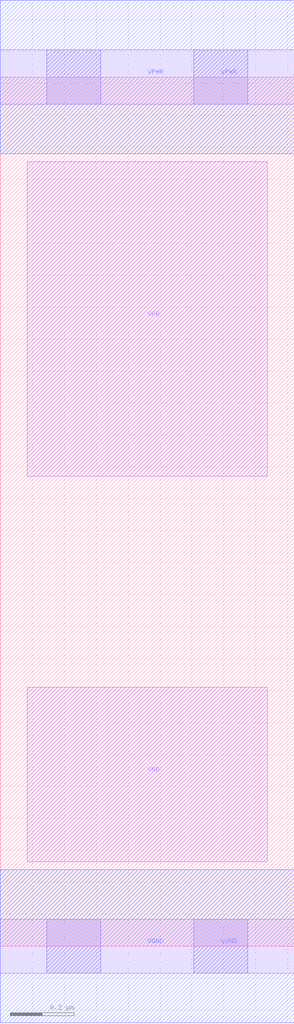
<source format=lef>
# Copyright 2020 The SkyWater PDK Authors
#
# Licensed under the Apache License, Version 2.0 (the "License");
# you may not use this file except in compliance with the License.
# You may obtain a copy of the License at
#
#     https://www.apache.org/licenses/LICENSE-2.0
#
# Unless required by applicable law or agreed to in writing, software
# distributed under the License is distributed on an "AS IS" BASIS,
# WITHOUT WARRANTIES OR CONDITIONS OF ANY KIND, either express or implied.
# See the License for the specific language governing permissions and
# limitations under the License.
#
# SPDX-License-Identifier: Apache-2.0

VERSION 5.7 ;
  NAMESCASESENSITIVE ON ;
  NOWIREEXTENSIONATPIN ON ;
  DIVIDERCHAR "/" ;
  BUSBITCHARS "[]" ;
UNITS
  DATABASE MICRONS 200 ;
END UNITS
MACRO sky130_fd_sc_hd__tap_2
  CLASS CORE ;
  SOURCE USER ;
  FOREIGN sky130_fd_sc_hd__tap_2 ;
  ORIGIN  0.000000  0.000000 ;
  SIZE  0.920000 BY  2.720000 ;
  SYMMETRY X Y R90 ;
  SITE unithd ;
  PIN VNB
    ANTENNADIFFAREA  0.330750 ;
    PORT
      LAYER li1 ;
        RECT 0.085000 0.265000 0.835000 0.810000 ;
    END
  END VNB
  PIN VPB
    ANTENNADIFFAREA  0.551250 ;
    PORT
      LAYER li1 ;
        RECT 0.085000 1.470000 0.835000 2.455000 ;
    END
  END VPB
  PIN VGND
    DIRECTION INOUT ;
    SHAPE ABUTMENT ;
    USE GROUND ;
    PORT
      LAYER li1 ;
        RECT 0.000000 -0.085000 0.920000 0.085000 ;
      LAYER mcon ;
        RECT 0.145000 -0.085000 0.315000 0.085000 ;
        RECT 0.605000 -0.085000 0.775000 0.085000 ;
      LAYER met1 ;
        RECT 0.000000 -0.240000 0.920000 0.240000 ;
    END
  END VGND
  PIN VPWR
    DIRECTION INOUT ;
    SHAPE ABUTMENT ;
    USE POWER ;
    PORT
      LAYER li1 ;
        RECT 0.000000 2.635000 0.920000 2.805000 ;
      LAYER mcon ;
        RECT 0.145000 2.635000 0.315000 2.805000 ;
        RECT 0.605000 2.635000 0.775000 2.805000 ;
      LAYER met1 ;
        RECT 0.000000 2.480000 0.920000 2.960000 ;
    END
  END VPWR
END sky130_fd_sc_hd__tap_2
END LIBRARY

</source>
